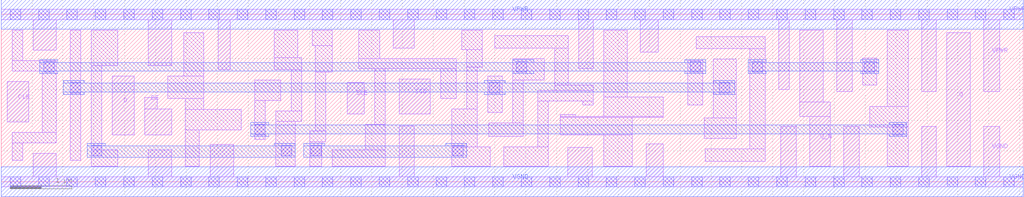
<source format=lef>
# Copyright 2020 The SkyWater PDK Authors
#
# Licensed under the Apache License, Version 2.0 (the "License");
# you may not use this file except in compliance with the License.
# You may obtain a copy of the License at
#
#     https://www.apache.org/licenses/LICENSE-2.0
#
# Unless required by applicable law or agreed to in writing, software
# distributed under the License is distributed on an "AS IS" BASIS,
# WITHOUT WARRANTIES OR CONDITIONS OF ANY KIND, either express or implied.
# See the License for the specific language governing permissions and
# limitations under the License.
#
# SPDX-License-Identifier: Apache-2.0

VERSION 5.7 ;
  NAMESCASESENSITIVE ON ;
  NOWIREEXTENSIONATPIN ON ;
  DIVIDERCHAR "/" ;
  BUSBITCHARS "[]" ;
UNITS
  DATABASE MICRONS 200 ;
END UNITS
PROPERTYDEFINITIONS
  MACRO maskLayoutSubType STRING ;
  MACRO prCellType STRING ;
  MACRO originalViewName STRING ;
END PROPERTYDEFINITIONS
MACRO sky130_fd_sc_hdll__sedfxbp_2
  CLASS CORE ;
  FOREIGN sky130_fd_sc_hdll__sedfxbp_2 ;
  ORIGIN  0.000000  0.000000 ;
  SIZE  16.56000 BY  2.720000 ;
  SYMMETRY X Y R90 ;
  SITE unithd ;
  PIN CLK
    ANTENNAGATEAREA  0.178200 ;
    DIRECTION INPUT ;
    USE SIGNAL ;
    PORT
      LAYER li1 ;
        RECT 0.095000 0.975000 0.445000 1.625000 ;
    END
  END CLK
  PIN D
    ANTENNAGATEAREA  0.178200 ;
    DIRECTION INPUT ;
    USE SIGNAL ;
    PORT
      LAYER li1 ;
        RECT 1.795000 0.765000 2.155000 1.720000 ;
    END
  END D
  PIN DE
    ANTENNAGATEAREA  0.356400 ;
    DIRECTION INPUT ;
    USE SIGNAL ;
    PORT
      LAYER li1 ;
        RECT 2.325000 0.765000 2.765000 1.185000 ;
        RECT 2.325000 1.185000 2.525000 1.370000 ;
    END
  END DE
  PIN Q
    ANTENNADIFFAREA  0.530500 ;
    DIRECTION OUTPUT ;
    USE SIGNAL ;
    PORT
      LAYER li1 ;
        RECT 15.320000 0.255000 15.700000 2.420000 ;
    END
  END Q
  PIN Q_N
    ANTENNADIFFAREA  0.498000 ;
    DIRECTION OUTPUT ;
    USE SIGNAL ;
    PORT
      LAYER li1 ;
        RECT 12.935000 1.065000 13.430000 1.300000 ;
        RECT 12.935000 1.300000 13.315000 2.465000 ;
        RECT 13.100000 0.255000 13.430000 1.065000 ;
    END
  END Q_N
  PIN SCD
    ANTENNAGATEAREA  0.178200 ;
    DIRECTION INPUT ;
    USE SIGNAL ;
    PORT
      LAYER li1 ;
        RECT 6.445000 1.105000 6.950000 1.665000 ;
    END
  END SCD
  PIN SCE
    ANTENNAGATEAREA  0.356400 ;
    DIRECTION INPUT ;
    USE SIGNAL ;
    PORT
      LAYER li1 ;
        RECT 5.605000 1.105000 5.885000 1.615000 ;
    END
  END SCE
  PIN VGND
    DIRECTION INOUT ;
    USE GROUND ;
    PORT
      LAYER li1 ;
        RECT  0.000000 -0.085000 16.560000 0.085000 ;
        RECT  0.515000  0.085000  0.895000 0.465000 ;
        RECT  2.385000  0.085000  2.765000 0.515000 ;
        RECT  3.385000  0.085000  3.765000 0.610000 ;
        RECT  6.445000  0.085000  6.695000 0.905000 ;
        RECT  9.180000  0.085000  9.575000 0.560000 ;
        RECT 10.450000  0.085000 10.725000 0.615000 ;
        RECT 12.630000  0.085000 12.880000 0.900000 ;
        RECT 13.650000  0.085000 13.900000 0.900000 ;
        RECT 14.915000  0.085000 15.150000 0.900000 ;
        RECT 15.920000  0.085000 16.180000 0.900000 ;
      LAYER mcon ;
        RECT  0.145000 -0.085000  0.315000 0.085000 ;
        RECT  0.605000 -0.085000  0.775000 0.085000 ;
        RECT  1.065000 -0.085000  1.235000 0.085000 ;
        RECT  1.525000 -0.085000  1.695000 0.085000 ;
        RECT  1.985000 -0.085000  2.155000 0.085000 ;
        RECT  2.445000 -0.085000  2.615000 0.085000 ;
        RECT  2.905000 -0.085000  3.075000 0.085000 ;
        RECT  3.365000 -0.085000  3.535000 0.085000 ;
        RECT  3.825000 -0.085000  3.995000 0.085000 ;
        RECT  4.285000 -0.085000  4.455000 0.085000 ;
        RECT  4.745000 -0.085000  4.915000 0.085000 ;
        RECT  5.205000 -0.085000  5.375000 0.085000 ;
        RECT  5.665000 -0.085000  5.835000 0.085000 ;
        RECT  6.125000 -0.085000  6.295000 0.085000 ;
        RECT  6.585000 -0.085000  6.755000 0.085000 ;
        RECT  7.045000 -0.085000  7.215000 0.085000 ;
        RECT  7.505000 -0.085000  7.675000 0.085000 ;
        RECT  7.965000 -0.085000  8.135000 0.085000 ;
        RECT  8.425000 -0.085000  8.595000 0.085000 ;
        RECT  8.885000 -0.085000  9.055000 0.085000 ;
        RECT  9.345000 -0.085000  9.515000 0.085000 ;
        RECT  9.805000 -0.085000  9.975000 0.085000 ;
        RECT 10.265000 -0.085000 10.435000 0.085000 ;
        RECT 10.725000 -0.085000 10.895000 0.085000 ;
        RECT 11.185000 -0.085000 11.355000 0.085000 ;
        RECT 11.645000 -0.085000 11.815000 0.085000 ;
        RECT 12.105000 -0.085000 12.275000 0.085000 ;
        RECT 12.565000 -0.085000 12.735000 0.085000 ;
        RECT 13.025000 -0.085000 13.195000 0.085000 ;
        RECT 13.485000 -0.085000 13.655000 0.085000 ;
        RECT 13.945000 -0.085000 14.115000 0.085000 ;
        RECT 14.405000 -0.085000 14.575000 0.085000 ;
        RECT 14.865000 -0.085000 15.035000 0.085000 ;
        RECT 15.325000 -0.085000 15.495000 0.085000 ;
        RECT 15.785000 -0.085000 15.955000 0.085000 ;
        RECT 16.245000 -0.085000 16.415000 0.085000 ;
      LAYER met1 ;
        RECT 0.000000 -0.240000 16.560000 0.240000 ;
    END
  END VGND
  PIN VPWR
    DIRECTION INOUT ;
    USE POWER ;
    PORT
      LAYER li1 ;
        RECT  0.000000 2.635000 16.560000 2.805000 ;
        RECT  0.515000 2.135000  0.895000 2.635000 ;
        RECT  2.385000 1.890000  2.765000 2.635000 ;
        RECT  3.515000 1.825000  3.710000 2.635000 ;
        RECT  6.350000 2.175000  6.695000 2.635000 ;
        RECT  9.360000 1.835000  9.595000 2.635000 ;
        RECT 10.355000 2.105000 10.645000 2.635000 ;
        RECT 12.595000 1.495000 12.765000 2.635000 ;
        RECT 13.535000 1.465000 13.785000 2.635000 ;
        RECT 14.915000 1.465000 15.150000 2.635000 ;
        RECT 15.920000 1.465000 16.180000 2.635000 ;
      LAYER mcon ;
        RECT  0.145000 2.635000  0.315000 2.805000 ;
        RECT  0.605000 2.635000  0.775000 2.805000 ;
        RECT  1.065000 2.635000  1.235000 2.805000 ;
        RECT  1.525000 2.635000  1.695000 2.805000 ;
        RECT  1.985000 2.635000  2.155000 2.805000 ;
        RECT  2.445000 2.635000  2.615000 2.805000 ;
        RECT  2.905000 2.635000  3.075000 2.805000 ;
        RECT  3.365000 2.635000  3.535000 2.805000 ;
        RECT  3.825000 2.635000  3.995000 2.805000 ;
        RECT  4.285000 2.635000  4.455000 2.805000 ;
        RECT  4.745000 2.635000  4.915000 2.805000 ;
        RECT  5.205000 2.635000  5.375000 2.805000 ;
        RECT  5.665000 2.635000  5.835000 2.805000 ;
        RECT  6.125000 2.635000  6.295000 2.805000 ;
        RECT  6.585000 2.635000  6.755000 2.805000 ;
        RECT  7.045000 2.635000  7.215000 2.805000 ;
        RECT  7.505000 2.635000  7.675000 2.805000 ;
        RECT  7.965000 2.635000  8.135000 2.805000 ;
        RECT  8.425000 2.635000  8.595000 2.805000 ;
        RECT  8.885000 2.635000  9.055000 2.805000 ;
        RECT  9.345000 2.635000  9.515000 2.805000 ;
        RECT  9.805000 2.635000  9.975000 2.805000 ;
        RECT 10.265000 2.635000 10.435000 2.805000 ;
        RECT 10.725000 2.635000 10.895000 2.805000 ;
        RECT 11.185000 2.635000 11.355000 2.805000 ;
        RECT 11.645000 2.635000 11.815000 2.805000 ;
        RECT 12.105000 2.635000 12.275000 2.805000 ;
        RECT 12.565000 2.635000 12.735000 2.805000 ;
        RECT 13.025000 2.635000 13.195000 2.805000 ;
        RECT 13.485000 2.635000 13.655000 2.805000 ;
        RECT 13.945000 2.635000 14.115000 2.805000 ;
        RECT 14.405000 2.635000 14.575000 2.805000 ;
        RECT 14.865000 2.635000 15.035000 2.805000 ;
        RECT 15.325000 2.635000 15.495000 2.805000 ;
        RECT 15.785000 2.635000 15.955000 2.805000 ;
        RECT 16.245000 2.635000 16.415000 2.805000 ;
      LAYER met1 ;
        RECT 0.000000 2.480000 16.560000 2.960000 ;
    END
  END VPWR
  OBS
    LAYER li1 ;
      RECT  0.175000 0.345000  0.345000 0.635000 ;
      RECT  0.175000 0.635000  0.895000 0.805000 ;
      RECT  0.175000 1.795000  0.895000 1.965000 ;
      RECT  0.175000 1.965000  0.345000 2.465000 ;
      RECT  0.665000 0.805000  0.895000 1.795000 ;
      RECT  1.115000 0.345000  1.285000 2.465000 ;
      RECT  1.455000 0.255000  1.885000 0.515000 ;
      RECT  1.455000 0.515000  1.625000 1.890000 ;
      RECT  1.455000 1.890000  1.885000 2.465000 ;
      RECT  2.695000 1.355000  3.285000 1.720000 ;
      RECT  2.955000 1.720000  3.285000 2.425000 ;
      RECT  2.980000 0.255000  3.205000 0.845000 ;
      RECT  2.980000 0.845000  3.885000 1.175000 ;
      RECT  2.980000 1.175000  3.285000 1.355000 ;
      RECT  4.105000 0.685000  4.275000 1.320000 ;
      RECT  4.105000 1.320000  4.525000 1.650000 ;
      RECT  4.425000 1.820000  4.865000 2.020000 ;
      RECT  4.425000 2.020000  4.805000 2.465000 ;
      RECT  4.445000 0.255000  4.765000 0.980000 ;
      RECT  4.445000 0.980000  4.865000 1.150000 ;
      RECT  4.695000 1.150000  4.865000 1.820000 ;
      RECT  4.995000 0.255000  5.195000 0.645000 ;
      RECT  4.995000 0.645000  5.255000 0.825000 ;
      RECT  5.035000 2.210000  5.365000 2.465000 ;
      RECT  5.085000 0.825000  5.255000 1.785000 ;
      RECT  5.085000 1.785000  5.365000 2.210000 ;
      RECT  5.365000 0.255000  6.225000 0.515000 ;
      RECT  5.790000 1.835000  7.370000 2.005000 ;
      RECT  5.790000 2.005000  6.130000 2.465000 ;
      RECT  5.895000 0.515000  6.225000 0.935000 ;
      RECT  6.055000 0.935000  6.225000 1.835000 ;
      RECT  7.120000 1.355000  7.370000 1.835000 ;
      RECT  7.300000 0.255000  7.920000 0.565000 ;
      RECT  7.300000 0.565000  7.710000 1.185000 ;
      RECT  7.460000 2.150000  7.790000 2.465000 ;
      RECT  7.540000 1.185000  7.710000 1.865000 ;
      RECT  7.540000 1.865000  7.790000 2.150000 ;
      RECT  7.880000 1.125000  8.115000 1.720000 ;
      RECT  7.900000 0.735000  8.455000 0.955000 ;
      RECT  8.000000 2.175000  9.190000 2.375000 ;
      RECT  8.140000 0.255000  8.865000 0.565000 ;
      RECT  8.285000 0.955000  8.455000 1.655000 ;
      RECT  8.285000 1.655000  8.800000 2.005000 ;
      RECT  8.695000 0.565000  8.865000 1.315000 ;
      RECT  8.695000 1.315000  9.595000 1.485000 ;
      RECT  8.970000 1.485000  9.595000 1.575000 ;
      RECT  8.970000 1.575000  9.190000 2.175000 ;
      RECT  9.055000 0.765000 10.220000 1.045000 ;
      RECT  9.055000 1.045000 10.730000 1.065000 ;
      RECT  9.055000 1.065000  9.305000 1.095000 ;
      RECT  9.425000 1.245000  9.595000 1.315000 ;
      RECT  9.765000 0.255000 10.220000 0.765000 ;
      RECT  9.765000 1.065000 10.730000 1.375000 ;
      RECT  9.765000 1.375000 10.145000 2.465000 ;
      RECT 11.125000 1.245000 11.365000 1.965000 ;
      RECT 11.260000 2.165000 12.375000 2.355000 ;
      RECT 11.390000 0.705000 11.905000 1.035000 ;
      RECT 11.410000 0.330000 12.375000 0.535000 ;
      RECT 11.535000 1.035000 11.905000 1.995000 ;
      RECT 12.125000 0.535000 12.375000 2.165000 ;
      RECT 13.955000 1.575000 14.185000 2.010000 ;
      RECT 14.070000 0.890000 14.695000 1.220000 ;
      RECT 14.355000 0.255000 14.695000 0.890000 ;
      RECT 14.355000 1.220000 14.695000 2.465000 ;
    LAYER mcon ;
      RECT  0.685000 1.785000  0.855000 1.955000 ;
      RECT  1.115000 1.445000  1.285000 1.615000 ;
      RECT  1.455000 0.425000  1.625000 0.595000 ;
      RECT  4.105000 0.765000  4.275000 0.935000 ;
      RECT  4.535000 0.425000  4.705000 0.595000 ;
      RECT  5.015000 0.425000  5.185000 0.595000 ;
      RECT  7.315000 0.425000  7.485000 0.595000 ;
      RECT  7.910000 1.445000  8.080000 1.615000 ;
      RECT  8.345000 1.785000  8.515000 1.955000 ;
      RECT 11.160000 1.785000 11.330000 1.955000 ;
      RECT 11.630000 1.445000 11.800000 1.615000 ;
      RECT 12.165000 1.785000 12.335000 1.955000 ;
      RECT 13.985000 1.785000 14.155000 1.955000 ;
      RECT 14.445000 0.765000 14.615000 0.935000 ;
    LAYER met1 ;
      RECT  0.625000 1.755000  0.915000 1.800000 ;
      RECT  0.625000 1.800000 11.415000 1.940000 ;
      RECT  0.625000 1.940000  0.915000 1.985000 ;
      RECT  1.005000 1.415000  1.345000 1.460000 ;
      RECT  1.005000 1.460000 11.885000 1.600000 ;
      RECT  1.005000 1.600000  1.345000 1.645000 ;
      RECT  1.395000 0.395000  4.765000 0.580000 ;
      RECT  1.395000 0.580000  1.685000 0.625000 ;
      RECT  4.045000 0.735000  4.335000 0.780000 ;
      RECT  4.045000 0.780000 14.675000 0.920000 ;
      RECT  4.045000 0.920000  4.335000 0.965000 ;
      RECT  4.425000 0.580000  4.765000 0.625000 ;
      RECT  4.905000 0.395000  7.545000 0.580000 ;
      RECT  4.905000 0.580000  5.245000 0.625000 ;
      RECT  7.205000 0.580000  7.545000 0.625000 ;
      RECT  7.825000 1.415000  8.165000 1.460000 ;
      RECT  7.825000 1.600000  8.165000 1.645000 ;
      RECT  8.285000 1.755000  8.625000 1.800000 ;
      RECT  8.285000 1.940000  8.625000 1.985000 ;
      RECT 11.075000 1.755000 11.415000 1.800000 ;
      RECT 11.075000 1.940000 11.415000 1.985000 ;
      RECT 11.545000 1.415000 11.885000 1.460000 ;
      RECT 11.545000 1.600000 11.885000 1.645000 ;
      RECT 12.105000 1.755000 12.395000 1.800000 ;
      RECT 12.105000 1.800000 14.215000 1.940000 ;
      RECT 12.105000 1.940000 12.395000 1.985000 ;
      RECT 13.925000 1.755000 14.215000 1.800000 ;
      RECT 13.925000 1.940000 14.215000 1.985000 ;
      RECT 14.385000 0.735000 14.675000 0.780000 ;
      RECT 14.385000 0.920000 14.675000 0.965000 ;
  END
  PROPERTY maskLayoutSubType "abstract" ;
  PROPERTY prCellType "standard" ;
  PROPERTY originalViewName "layout" ;
END sky130_fd_sc_hdll__sedfxbp_2

</source>
